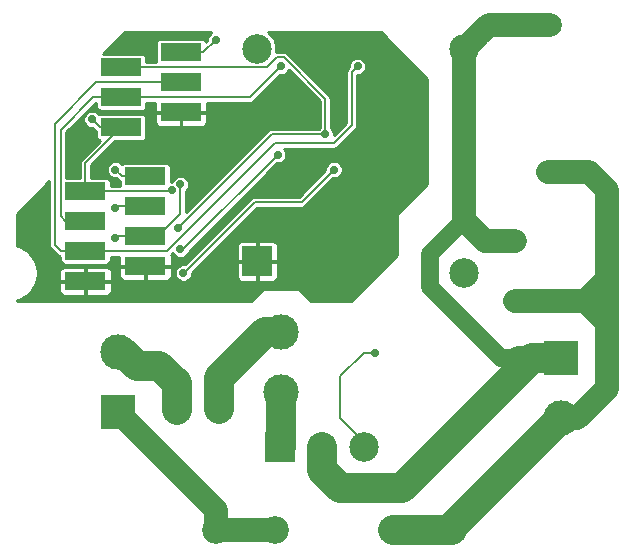
<source format=gbr>
G04 #@! TF.FileFunction,Copper,L2,Bot,Signal*
%FSLAX46Y46*%
G04 Gerber Fmt 4.6, Leading zero omitted, Abs format (unit mm)*
G04 Created by KiCad (PCBNEW 4.0.0~rc1a-stable) date sam. 21 nov. 2015 23:43:41 CET*
%MOMM*%
G01*
G04 APERTURE LIST*
%ADD10C,0.150000*%
%ADD11R,3.000000X3.000000*%
%ADD12C,3.000000*%
%ADD13C,2.500000*%
%ADD14R,2.500000X2.500000*%
%ADD15R,3.497580X1.498600*%
%ADD16C,1.600000*%
%ADD17C,2.000000*%
%ADD18C,2.349500*%
%ADD19C,0.700000*%
%ADD20C,0.200000*%
%ADD21C,2.500000*%
%ADD22C,2.000000*%
%ADD23C,1.500000*%
%ADD24C,0.250000*%
G04 APERTURE END LIST*
D10*
D11*
X51250000Y-76790000D03*
D12*
X51250000Y-71710000D03*
D13*
X63000000Y-46000000D03*
D14*
X63000000Y-64000000D03*
D13*
X80500000Y-65000000D03*
X80500000Y-46000000D03*
D15*
X51460000Y-52675000D03*
X56540000Y-51405000D03*
X51460000Y-50135000D03*
X56540000Y-48865000D03*
X51460000Y-47595000D03*
X56540000Y-46325000D03*
D12*
X65000000Y-69960000D03*
X65000000Y-75040000D03*
D16*
X84800000Y-67340000D03*
X84800000Y-62260000D03*
D17*
X87800000Y-56450000D03*
X87800000Y-43970000D03*
D11*
X88750000Y-72210000D03*
D12*
X88750000Y-77290000D03*
D15*
X48460000Y-65695000D03*
X53540000Y-64425000D03*
X48460000Y-63155000D03*
X53540000Y-61885000D03*
X48460000Y-60615000D03*
X53540000Y-59345000D03*
X48460000Y-58075000D03*
X53540000Y-56805000D03*
D14*
X64944000Y-79750000D03*
D13*
X72056000Y-79750000D03*
X68500000Y-79750000D03*
D18*
X74501260Y-86750000D03*
X79499980Y-86750000D03*
X64498740Y-86750000D03*
X59500020Y-86750000D03*
D19*
X49000000Y-52000000D03*
X55750000Y-58000000D03*
D17*
X56200000Y-76600000D03*
X59750000Y-76550000D03*
D19*
X56300000Y-61200000D03*
X68750000Y-53250000D03*
X51000000Y-59500000D03*
X51000000Y-62000000D03*
X56500000Y-57500000D03*
X71500000Y-47500000D03*
X65000000Y-47500000D03*
X56500000Y-63000000D03*
X64750000Y-55000000D03*
X56750000Y-65000000D03*
X69500000Y-56250000D03*
X51000000Y-56250000D03*
X59500000Y-45250000D03*
X53300000Y-45700000D03*
X71000000Y-59500000D03*
X48000000Y-53500000D03*
X62000000Y-51500000D03*
X51000000Y-64500000D03*
X73000000Y-71750000D03*
D20*
X49675000Y-52675000D02*
X51460000Y-52675000D01*
X49000000Y-52000000D02*
X49675000Y-52675000D01*
X55675000Y-58075000D02*
X48460000Y-58075000D01*
X55750000Y-58000000D02*
X55675000Y-58075000D01*
X48460000Y-58075000D02*
X48460000Y-55675000D01*
X48460000Y-55675000D02*
X51460000Y-52675000D01*
D21*
X65000000Y-75040000D02*
X65000000Y-79694000D01*
X65000000Y-79694000D02*
X64944000Y-79750000D01*
D22*
X64944000Y-79750000D02*
X64944000Y-75096000D01*
X64944000Y-75096000D02*
X65000000Y-75040000D01*
D21*
X51250000Y-71710000D02*
X51660000Y-71710000D01*
X51660000Y-71710000D02*
X52800000Y-72850000D01*
X52800000Y-72850000D02*
X54700000Y-72850000D01*
X54700000Y-72850000D02*
X56200000Y-74350000D01*
X56200000Y-74350000D02*
X56200000Y-76600000D01*
X56200000Y-76600000D02*
X56200000Y-74350000D01*
D22*
X59500020Y-86750000D02*
X59500020Y-85040020D01*
X59500020Y-85040020D02*
X51250000Y-76790000D01*
X64500000Y-86750000D02*
X59500000Y-86750000D01*
D21*
X88750000Y-72210000D02*
X86240000Y-72210000D01*
X86240000Y-72210000D02*
X75250000Y-83200000D01*
X75250000Y-83200000D02*
X70050000Y-83200000D01*
X70050000Y-83200000D02*
X68500000Y-81650000D01*
X68500000Y-81650000D02*
X68500000Y-79750000D01*
D22*
X87600000Y-43970000D02*
X82630000Y-43970000D01*
X82630000Y-43970000D02*
X81800000Y-44800000D01*
X80500000Y-46000000D02*
X80600000Y-46000000D01*
X80600000Y-46000000D02*
X81800000Y-44800000D01*
X80500000Y-46000000D02*
X80500000Y-56400000D01*
X80500000Y-56400000D02*
X80500000Y-60500000D01*
X84800000Y-62260000D02*
X82260000Y-62260000D01*
X82260000Y-62260000D02*
X80500000Y-60500000D01*
D23*
X85040000Y-72210000D02*
X83610000Y-72210000D01*
X77600000Y-63400000D02*
X80500000Y-60500000D01*
X77600000Y-66200000D02*
X77600000Y-63400000D01*
X83610000Y-72210000D02*
X77600000Y-66200000D01*
D22*
X88750000Y-72210000D02*
X85040000Y-72210000D01*
D21*
X79499980Y-86750000D02*
X79499980Y-86540020D01*
X79499980Y-86540020D02*
X88750000Y-77290000D01*
X74501260Y-86750000D02*
X79499980Y-86750000D01*
D22*
X79499980Y-86750000D02*
X79499980Y-86540020D01*
X79499980Y-86540020D02*
X88750000Y-77290000D01*
X92600000Y-65480000D02*
X92600000Y-69200000D01*
X87600000Y-56450000D02*
X91050000Y-56450000D01*
X92600000Y-65480000D02*
X90740000Y-67340000D01*
X92600000Y-58000000D02*
X92600000Y-65480000D01*
X91050000Y-56450000D02*
X92600000Y-58000000D01*
X88750000Y-77290000D02*
X90110000Y-77290000D01*
X90110000Y-77290000D02*
X92600000Y-74800000D01*
X92600000Y-74800000D02*
X92600000Y-69200000D01*
X92600000Y-69200000D02*
X90740000Y-67340000D01*
X90740000Y-67340000D02*
X84800000Y-67340000D01*
X79500000Y-86750000D02*
X74500000Y-86750000D01*
D21*
X65000000Y-69960000D02*
X63690000Y-69960000D01*
X63690000Y-69960000D02*
X59750000Y-73900000D01*
X59750000Y-73900000D02*
X59750000Y-76550000D01*
D20*
X58100000Y-47595000D02*
X63805000Y-47595000D01*
X63805000Y-47595000D02*
X64650000Y-46750000D01*
X51460000Y-47595000D02*
X58100000Y-47595000D01*
X68750000Y-50250000D02*
X68750000Y-53250000D01*
X64650000Y-46750000D02*
X65250000Y-46750000D01*
X65250000Y-46750000D02*
X68750000Y-50250000D01*
X56300000Y-61200000D02*
X64250000Y-53250000D01*
X64250000Y-53250000D02*
X68750000Y-53250000D01*
X51000000Y-59500000D02*
X51155000Y-59345000D01*
X51155000Y-59345000D02*
X53540000Y-59345000D01*
X53540000Y-61885000D02*
X54615000Y-61885000D01*
X54615000Y-61885000D02*
X56500000Y-60000000D01*
X56500000Y-57500000D02*
X56500000Y-57500000D01*
X56500000Y-60000000D02*
X56500000Y-57500000D01*
X53540000Y-61885000D02*
X51115000Y-61885000D01*
X51115000Y-61885000D02*
X51000000Y-62000000D01*
X56540000Y-48865000D02*
X49385000Y-48865000D01*
X46405000Y-63155000D02*
X48460000Y-63155000D01*
X45850000Y-62600000D02*
X46405000Y-63155000D01*
X45850000Y-52400000D02*
X45850000Y-62600000D01*
X49385000Y-48865000D02*
X45850000Y-52400000D01*
X48460000Y-63155000D02*
X55345000Y-63155000D01*
X71000000Y-48000000D02*
X71500000Y-47500000D01*
X71000000Y-52500000D02*
X71000000Y-48000000D01*
X69500000Y-54000000D02*
X71000000Y-52500000D01*
X64500000Y-54000000D02*
X69500000Y-54000000D01*
X55345000Y-63155000D02*
X64500000Y-54000000D01*
X51460000Y-50135000D02*
X62365000Y-50135000D01*
X62365000Y-50135000D02*
X65000000Y-47500000D01*
X51460000Y-50135000D02*
X49115000Y-50135000D01*
X46765000Y-60615000D02*
X48460000Y-60615000D01*
X46350000Y-60200000D02*
X46765000Y-60615000D01*
X46350000Y-52900000D02*
X46350000Y-60200000D01*
X49115000Y-50135000D02*
X46350000Y-52900000D01*
X56750000Y-63000000D02*
X56500000Y-63000000D01*
X64750000Y-55000000D02*
X56750000Y-63000000D01*
X56750000Y-65000000D02*
X56800000Y-65000000D01*
X62800000Y-59000000D02*
X66750000Y-59000000D01*
X56800000Y-65000000D02*
X62800000Y-59000000D01*
X69500000Y-56250000D02*
X66750000Y-59000000D01*
X51000000Y-56250000D02*
X51555000Y-56805000D01*
X51555000Y-56805000D02*
X53540000Y-56805000D01*
X56540000Y-46325000D02*
X58425000Y-46325000D01*
X58425000Y-46325000D02*
X59500000Y-45250000D01*
X56540000Y-51405000D02*
X61905000Y-51405000D01*
X61905000Y-51405000D02*
X62000000Y-51500000D01*
X53540000Y-64425000D02*
X51075000Y-64425000D01*
X51075000Y-64425000D02*
X51000000Y-64500000D01*
X72056000Y-79750000D02*
X72056000Y-79306000D01*
X72000000Y-71750000D02*
X73000000Y-71750000D01*
X70000000Y-73750000D02*
X72000000Y-71750000D01*
X70000000Y-77250000D02*
X70000000Y-73750000D01*
X72056000Y-79306000D02*
X70000000Y-77250000D01*
D24*
G36*
X77375000Y-48551776D02*
X77375000Y-57448224D01*
X74911612Y-59911612D01*
X74884187Y-59952963D01*
X74875000Y-60000000D01*
X74875000Y-63448224D01*
X70948224Y-67375000D01*
X67551776Y-67375000D01*
X66588388Y-66411612D01*
X66547037Y-66384187D01*
X66500000Y-66375000D01*
X63500000Y-66375000D01*
X63451368Y-66384848D01*
X63411612Y-66411612D01*
X62448224Y-67375000D01*
X42625000Y-67375000D01*
X42625000Y-67309006D01*
X42848280Y-67264593D01*
X42848281Y-67264593D01*
X43001484Y-67201134D01*
X43650331Y-66767589D01*
X43767589Y-66650331D01*
X44201134Y-66001484D01*
X44264593Y-65848281D01*
X44264593Y-65848279D01*
X44266488Y-65838750D01*
X46236210Y-65838750D01*
X46236210Y-66538784D01*
X46308525Y-66713366D01*
X46442144Y-66846986D01*
X46616727Y-66919300D01*
X48316250Y-66919300D01*
X48435000Y-66800550D01*
X48435000Y-65720000D01*
X48485000Y-65720000D01*
X48485000Y-66800550D01*
X48603750Y-66919300D01*
X50303273Y-66919300D01*
X50477856Y-66846986D01*
X50611475Y-66713366D01*
X50683790Y-66538784D01*
X50683790Y-65838750D01*
X50565040Y-65720000D01*
X48485000Y-65720000D01*
X48435000Y-65720000D01*
X46354960Y-65720000D01*
X46236210Y-65838750D01*
X44266488Y-65838750D01*
X44416834Y-65082914D01*
X44416834Y-64917086D01*
X44403732Y-64851216D01*
X46236210Y-64851216D01*
X46236210Y-65551250D01*
X46354960Y-65670000D01*
X48435000Y-65670000D01*
X48435000Y-64589450D01*
X48485000Y-64589450D01*
X48485000Y-65670000D01*
X50565040Y-65670000D01*
X50683790Y-65551250D01*
X50683790Y-64851216D01*
X50611475Y-64676634D01*
X50503592Y-64568750D01*
X51316210Y-64568750D01*
X51316210Y-65268784D01*
X51388525Y-65443366D01*
X51522144Y-65576986D01*
X51696727Y-65649300D01*
X53396250Y-65649300D01*
X53515000Y-65530550D01*
X53515000Y-64450000D01*
X53565000Y-64450000D01*
X53565000Y-65530550D01*
X53683750Y-65649300D01*
X55383273Y-65649300D01*
X55557856Y-65576986D01*
X55691475Y-65443366D01*
X55763790Y-65268784D01*
X55763790Y-65143579D01*
X56024874Y-65143579D01*
X56135016Y-65410143D01*
X56338784Y-65614267D01*
X56605156Y-65724874D01*
X56893579Y-65725126D01*
X57160143Y-65614984D01*
X57364267Y-65411216D01*
X57474874Y-65144844D01*
X57475003Y-64996749D01*
X58328001Y-64143750D01*
X61275000Y-64143750D01*
X61275000Y-65344484D01*
X61347315Y-65519066D01*
X61480934Y-65652686D01*
X61655517Y-65725000D01*
X62856250Y-65725000D01*
X62975000Y-65606250D01*
X62975000Y-64025000D01*
X63025000Y-64025000D01*
X63025000Y-65606250D01*
X63143750Y-65725000D01*
X64344483Y-65725000D01*
X64519066Y-65652686D01*
X64652685Y-65519066D01*
X64725000Y-65344484D01*
X64725000Y-64143750D01*
X64606250Y-64025000D01*
X63025000Y-64025000D01*
X62975000Y-64025000D01*
X61393750Y-64025000D01*
X61275000Y-64143750D01*
X58328001Y-64143750D01*
X59816235Y-62655516D01*
X61275000Y-62655516D01*
X61275000Y-63856250D01*
X61393750Y-63975000D01*
X62975000Y-63975000D01*
X62975000Y-62393750D01*
X63025000Y-62393750D01*
X63025000Y-63975000D01*
X64606250Y-63975000D01*
X64725000Y-63856250D01*
X64725000Y-62655516D01*
X64652685Y-62480934D01*
X64519066Y-62347314D01*
X64344483Y-62275000D01*
X63143750Y-62275000D01*
X63025000Y-62393750D01*
X62975000Y-62393750D01*
X62856250Y-62275000D01*
X61655517Y-62275000D01*
X61480934Y-62347314D01*
X61347315Y-62480934D01*
X61275000Y-62655516D01*
X59816235Y-62655516D01*
X62996751Y-59475000D01*
X66750000Y-59475000D01*
X66931775Y-59438843D01*
X67085876Y-59335876D01*
X69446798Y-56974954D01*
X69643579Y-56975126D01*
X69910143Y-56864984D01*
X70114267Y-56661216D01*
X70224874Y-56394844D01*
X70225126Y-56106421D01*
X70114984Y-55839857D01*
X69911216Y-55635733D01*
X69644844Y-55525126D01*
X69356421Y-55524874D01*
X69089857Y-55635016D01*
X68885733Y-55838784D01*
X68775126Y-56105156D01*
X68774953Y-56303295D01*
X66553248Y-58525000D01*
X62800000Y-58525000D01*
X62618225Y-58561157D01*
X62464124Y-58664124D01*
X62464122Y-58664127D01*
X56853158Y-64275090D01*
X56606421Y-64274874D01*
X56339857Y-64385016D01*
X56135733Y-64588784D01*
X56025126Y-64855156D01*
X56024874Y-65143579D01*
X55763790Y-65143579D01*
X55763790Y-64568750D01*
X55645040Y-64450000D01*
X53565000Y-64450000D01*
X53515000Y-64450000D01*
X51434960Y-64450000D01*
X51316210Y-64568750D01*
X50503592Y-64568750D01*
X50477856Y-64543014D01*
X50303273Y-64470700D01*
X48603750Y-64470700D01*
X48485000Y-64589450D01*
X48435000Y-64589450D01*
X48316250Y-64470700D01*
X46616727Y-64470700D01*
X46442144Y-64543014D01*
X46308525Y-64676634D01*
X46236210Y-64851216D01*
X44403732Y-64851216D01*
X44264593Y-64151720D01*
X44201134Y-63998516D01*
X43767589Y-63349669D01*
X43650331Y-63232411D01*
X43001484Y-62798866D01*
X42848281Y-62735407D01*
X42848280Y-62735407D01*
X42625000Y-62690994D01*
X42625000Y-59976040D01*
X45375000Y-57226041D01*
X45375000Y-62600000D01*
X45411157Y-62781775D01*
X45514124Y-62935876D01*
X46069122Y-63490873D01*
X46069124Y-63490876D01*
X46172092Y-63559677D01*
X46223226Y-63593844D01*
X46328864Y-63614857D01*
X46328864Y-63904300D01*
X46355012Y-64043266D01*
X46437141Y-64170899D01*
X46562456Y-64256523D01*
X46711210Y-64286646D01*
X50208790Y-64286646D01*
X50347756Y-64260498D01*
X50475389Y-64178369D01*
X50561013Y-64053054D01*
X50591136Y-63904300D01*
X50591136Y-63630000D01*
X51316210Y-63630000D01*
X51316210Y-64281250D01*
X51434960Y-64400000D01*
X53515000Y-64400000D01*
X53515000Y-64380000D01*
X53565000Y-64380000D01*
X53565000Y-64400000D01*
X55645040Y-64400000D01*
X55763790Y-64281250D01*
X55763790Y-63581216D01*
X55713045Y-63458707D01*
X55848934Y-63322818D01*
X55885016Y-63410143D01*
X56088784Y-63614267D01*
X56355156Y-63724874D01*
X56643579Y-63725126D01*
X56910143Y-63614984D01*
X57114267Y-63411216D01*
X57187925Y-63233827D01*
X64696797Y-55724954D01*
X64893579Y-55725126D01*
X65160143Y-55614984D01*
X65364267Y-55411216D01*
X65474874Y-55144844D01*
X65475126Y-54856421D01*
X65364984Y-54589857D01*
X65250327Y-54475000D01*
X69500000Y-54475000D01*
X69681775Y-54438843D01*
X69835876Y-54335876D01*
X71335873Y-52835878D01*
X71335876Y-52835876D01*
X71438843Y-52681775D01*
X71475000Y-52500000D01*
X71475000Y-48224979D01*
X71643579Y-48225126D01*
X71910143Y-48114984D01*
X72114267Y-47911216D01*
X72224874Y-47644844D01*
X72225126Y-47356421D01*
X72114984Y-47089857D01*
X71911216Y-46885733D01*
X71644844Y-46775126D01*
X71356421Y-46774874D01*
X71089857Y-46885016D01*
X70885733Y-47088784D01*
X70775126Y-47355156D01*
X70774953Y-47553295D01*
X70664124Y-47664124D01*
X70561157Y-47818225D01*
X70525000Y-48000000D01*
X70525000Y-52303249D01*
X69474910Y-53353338D01*
X69475126Y-53106421D01*
X69364984Y-52839857D01*
X69225000Y-52699628D01*
X69225000Y-50250000D01*
X69188843Y-50068225D01*
X69085876Y-49914124D01*
X69085873Y-49914122D01*
X65585876Y-46414124D01*
X65431775Y-46311157D01*
X65250000Y-46275000D01*
X64650000Y-46275000D01*
X64624757Y-46280021D01*
X64625282Y-45678186D01*
X64378412Y-45080714D01*
X63923493Y-44625000D01*
X73448224Y-44625000D01*
X77375000Y-48551776D01*
X77375000Y-48551776D01*
G37*
X77375000Y-48551776D02*
X77375000Y-57448224D01*
X74911612Y-59911612D01*
X74884187Y-59952963D01*
X74875000Y-60000000D01*
X74875000Y-63448224D01*
X70948224Y-67375000D01*
X67551776Y-67375000D01*
X66588388Y-66411612D01*
X66547037Y-66384187D01*
X66500000Y-66375000D01*
X63500000Y-66375000D01*
X63451368Y-66384848D01*
X63411612Y-66411612D01*
X62448224Y-67375000D01*
X42625000Y-67375000D01*
X42625000Y-67309006D01*
X42848280Y-67264593D01*
X42848281Y-67264593D01*
X43001484Y-67201134D01*
X43650331Y-66767589D01*
X43767589Y-66650331D01*
X44201134Y-66001484D01*
X44264593Y-65848281D01*
X44264593Y-65848279D01*
X44266488Y-65838750D01*
X46236210Y-65838750D01*
X46236210Y-66538784D01*
X46308525Y-66713366D01*
X46442144Y-66846986D01*
X46616727Y-66919300D01*
X48316250Y-66919300D01*
X48435000Y-66800550D01*
X48435000Y-65720000D01*
X48485000Y-65720000D01*
X48485000Y-66800550D01*
X48603750Y-66919300D01*
X50303273Y-66919300D01*
X50477856Y-66846986D01*
X50611475Y-66713366D01*
X50683790Y-66538784D01*
X50683790Y-65838750D01*
X50565040Y-65720000D01*
X48485000Y-65720000D01*
X48435000Y-65720000D01*
X46354960Y-65720000D01*
X46236210Y-65838750D01*
X44266488Y-65838750D01*
X44416834Y-65082914D01*
X44416834Y-64917086D01*
X44403732Y-64851216D01*
X46236210Y-64851216D01*
X46236210Y-65551250D01*
X46354960Y-65670000D01*
X48435000Y-65670000D01*
X48435000Y-64589450D01*
X48485000Y-64589450D01*
X48485000Y-65670000D01*
X50565040Y-65670000D01*
X50683790Y-65551250D01*
X50683790Y-64851216D01*
X50611475Y-64676634D01*
X50503592Y-64568750D01*
X51316210Y-64568750D01*
X51316210Y-65268784D01*
X51388525Y-65443366D01*
X51522144Y-65576986D01*
X51696727Y-65649300D01*
X53396250Y-65649300D01*
X53515000Y-65530550D01*
X53515000Y-64450000D01*
X53565000Y-64450000D01*
X53565000Y-65530550D01*
X53683750Y-65649300D01*
X55383273Y-65649300D01*
X55557856Y-65576986D01*
X55691475Y-65443366D01*
X55763790Y-65268784D01*
X55763790Y-65143579D01*
X56024874Y-65143579D01*
X56135016Y-65410143D01*
X56338784Y-65614267D01*
X56605156Y-65724874D01*
X56893579Y-65725126D01*
X57160143Y-65614984D01*
X57364267Y-65411216D01*
X57474874Y-65144844D01*
X57475003Y-64996749D01*
X58328001Y-64143750D01*
X61275000Y-64143750D01*
X61275000Y-65344484D01*
X61347315Y-65519066D01*
X61480934Y-65652686D01*
X61655517Y-65725000D01*
X62856250Y-65725000D01*
X62975000Y-65606250D01*
X62975000Y-64025000D01*
X63025000Y-64025000D01*
X63025000Y-65606250D01*
X63143750Y-65725000D01*
X64344483Y-65725000D01*
X64519066Y-65652686D01*
X64652685Y-65519066D01*
X64725000Y-65344484D01*
X64725000Y-64143750D01*
X64606250Y-64025000D01*
X63025000Y-64025000D01*
X62975000Y-64025000D01*
X61393750Y-64025000D01*
X61275000Y-64143750D01*
X58328001Y-64143750D01*
X59816235Y-62655516D01*
X61275000Y-62655516D01*
X61275000Y-63856250D01*
X61393750Y-63975000D01*
X62975000Y-63975000D01*
X62975000Y-62393750D01*
X63025000Y-62393750D01*
X63025000Y-63975000D01*
X64606250Y-63975000D01*
X64725000Y-63856250D01*
X64725000Y-62655516D01*
X64652685Y-62480934D01*
X64519066Y-62347314D01*
X64344483Y-62275000D01*
X63143750Y-62275000D01*
X63025000Y-62393750D01*
X62975000Y-62393750D01*
X62856250Y-62275000D01*
X61655517Y-62275000D01*
X61480934Y-62347314D01*
X61347315Y-62480934D01*
X61275000Y-62655516D01*
X59816235Y-62655516D01*
X62996751Y-59475000D01*
X66750000Y-59475000D01*
X66931775Y-59438843D01*
X67085876Y-59335876D01*
X69446798Y-56974954D01*
X69643579Y-56975126D01*
X69910143Y-56864984D01*
X70114267Y-56661216D01*
X70224874Y-56394844D01*
X70225126Y-56106421D01*
X70114984Y-55839857D01*
X69911216Y-55635733D01*
X69644844Y-55525126D01*
X69356421Y-55524874D01*
X69089857Y-55635016D01*
X68885733Y-55838784D01*
X68775126Y-56105156D01*
X68774953Y-56303295D01*
X66553248Y-58525000D01*
X62800000Y-58525000D01*
X62618225Y-58561157D01*
X62464124Y-58664124D01*
X62464122Y-58664127D01*
X56853158Y-64275090D01*
X56606421Y-64274874D01*
X56339857Y-64385016D01*
X56135733Y-64588784D01*
X56025126Y-64855156D01*
X56024874Y-65143579D01*
X55763790Y-65143579D01*
X55763790Y-64568750D01*
X55645040Y-64450000D01*
X53565000Y-64450000D01*
X53515000Y-64450000D01*
X51434960Y-64450000D01*
X51316210Y-64568750D01*
X50503592Y-64568750D01*
X50477856Y-64543014D01*
X50303273Y-64470700D01*
X48603750Y-64470700D01*
X48485000Y-64589450D01*
X48435000Y-64589450D01*
X48316250Y-64470700D01*
X46616727Y-64470700D01*
X46442144Y-64543014D01*
X46308525Y-64676634D01*
X46236210Y-64851216D01*
X44403732Y-64851216D01*
X44264593Y-64151720D01*
X44201134Y-63998516D01*
X43767589Y-63349669D01*
X43650331Y-63232411D01*
X43001484Y-62798866D01*
X42848281Y-62735407D01*
X42848280Y-62735407D01*
X42625000Y-62690994D01*
X42625000Y-59976040D01*
X45375000Y-57226041D01*
X45375000Y-62600000D01*
X45411157Y-62781775D01*
X45514124Y-62935876D01*
X46069122Y-63490873D01*
X46069124Y-63490876D01*
X46172092Y-63559677D01*
X46223226Y-63593844D01*
X46328864Y-63614857D01*
X46328864Y-63904300D01*
X46355012Y-64043266D01*
X46437141Y-64170899D01*
X46562456Y-64256523D01*
X46711210Y-64286646D01*
X50208790Y-64286646D01*
X50347756Y-64260498D01*
X50475389Y-64178369D01*
X50561013Y-64053054D01*
X50591136Y-63904300D01*
X50591136Y-63630000D01*
X51316210Y-63630000D01*
X51316210Y-64281250D01*
X51434960Y-64400000D01*
X53515000Y-64400000D01*
X53515000Y-64380000D01*
X53565000Y-64380000D01*
X53565000Y-64400000D01*
X55645040Y-64400000D01*
X55763790Y-64281250D01*
X55763790Y-63581216D01*
X55713045Y-63458707D01*
X55848934Y-63322818D01*
X55885016Y-63410143D01*
X56088784Y-63614267D01*
X56355156Y-63724874D01*
X56643579Y-63725126D01*
X56910143Y-63614984D01*
X57114267Y-63411216D01*
X57187925Y-63233827D01*
X64696797Y-55724954D01*
X64893579Y-55725126D01*
X65160143Y-55614984D01*
X65364267Y-55411216D01*
X65474874Y-55144844D01*
X65475126Y-54856421D01*
X65364984Y-54589857D01*
X65250327Y-54475000D01*
X69500000Y-54475000D01*
X69681775Y-54438843D01*
X69835876Y-54335876D01*
X71335873Y-52835878D01*
X71335876Y-52835876D01*
X71438843Y-52681775D01*
X71475000Y-52500000D01*
X71475000Y-48224979D01*
X71643579Y-48225126D01*
X71910143Y-48114984D01*
X72114267Y-47911216D01*
X72224874Y-47644844D01*
X72225126Y-47356421D01*
X72114984Y-47089857D01*
X71911216Y-46885733D01*
X71644844Y-46775126D01*
X71356421Y-46774874D01*
X71089857Y-46885016D01*
X70885733Y-47088784D01*
X70775126Y-47355156D01*
X70774953Y-47553295D01*
X70664124Y-47664124D01*
X70561157Y-47818225D01*
X70525000Y-48000000D01*
X70525000Y-52303249D01*
X69474910Y-53353338D01*
X69475126Y-53106421D01*
X69364984Y-52839857D01*
X69225000Y-52699628D01*
X69225000Y-50250000D01*
X69188843Y-50068225D01*
X69085876Y-49914124D01*
X69085873Y-49914122D01*
X65585876Y-46414124D01*
X65431775Y-46311157D01*
X65250000Y-46275000D01*
X64650000Y-46275000D01*
X64624757Y-46280021D01*
X64625282Y-45678186D01*
X64378412Y-45080714D01*
X63923493Y-44625000D01*
X73448224Y-44625000D01*
X77375000Y-48551776D01*
G36*
X68275000Y-50446751D02*
X68275000Y-52699760D01*
X68199628Y-52775000D01*
X64250005Y-52775000D01*
X64250000Y-52774999D01*
X64098384Y-52805158D01*
X64068225Y-52811157D01*
X63935262Y-52900000D01*
X63914124Y-52914124D01*
X56975000Y-59853248D01*
X56975000Y-58050240D01*
X57114267Y-57911216D01*
X57224874Y-57644844D01*
X57225126Y-57356421D01*
X57114984Y-57089857D01*
X56911216Y-56885733D01*
X56644844Y-56775126D01*
X56356421Y-56774874D01*
X56089857Y-56885016D01*
X55885733Y-57088784D01*
X55808389Y-57275050D01*
X55671136Y-57274931D01*
X55671136Y-56055700D01*
X55644988Y-55916734D01*
X55562859Y-55789101D01*
X55437544Y-55703477D01*
X55288790Y-55673354D01*
X51791210Y-55673354D01*
X51652244Y-55699502D01*
X51544247Y-55768996D01*
X51411216Y-55635733D01*
X51144844Y-55525126D01*
X50856421Y-55524874D01*
X50589857Y-55635016D01*
X50385733Y-55838784D01*
X50275126Y-56105156D01*
X50274874Y-56393579D01*
X50385016Y-56660143D01*
X50588784Y-56864267D01*
X50855156Y-56974874D01*
X51053296Y-56975047D01*
X51219122Y-57140873D01*
X51219124Y-57140876D01*
X51322092Y-57209677D01*
X51373226Y-57243844D01*
X51408864Y-57250933D01*
X51408864Y-57554300D01*
X51417463Y-57600000D01*
X50591136Y-57600000D01*
X50591136Y-57325700D01*
X50564988Y-57186734D01*
X50482859Y-57059101D01*
X50357544Y-56973477D01*
X50208790Y-56943354D01*
X48935000Y-56943354D01*
X48935000Y-55871752D01*
X51000105Y-53806646D01*
X53208790Y-53806646D01*
X53347756Y-53780498D01*
X53475389Y-53698369D01*
X53561013Y-53573054D01*
X53591136Y-53424300D01*
X53591136Y-51925700D01*
X53564988Y-51786734D01*
X53482859Y-51659101D01*
X53357544Y-51573477D01*
X53235437Y-51548750D01*
X54316210Y-51548750D01*
X54316210Y-52248784D01*
X54388525Y-52423366D01*
X54522144Y-52556986D01*
X54696727Y-52629300D01*
X56396250Y-52629300D01*
X56515000Y-52510550D01*
X56515000Y-51430000D01*
X56565000Y-51430000D01*
X56565000Y-52510550D01*
X56683750Y-52629300D01*
X58383273Y-52629300D01*
X58557856Y-52556986D01*
X58691475Y-52423366D01*
X58763790Y-52248784D01*
X58763790Y-51548750D01*
X58645040Y-51430000D01*
X56565000Y-51430000D01*
X56515000Y-51430000D01*
X54434960Y-51430000D01*
X54316210Y-51548750D01*
X53235437Y-51548750D01*
X53208790Y-51543354D01*
X49711210Y-51543354D01*
X49591119Y-51565950D01*
X49411216Y-51385733D01*
X49144844Y-51275126D01*
X48856421Y-51274874D01*
X48589857Y-51385016D01*
X48385733Y-51588784D01*
X48275126Y-51855156D01*
X48274874Y-52143579D01*
X48385016Y-52410143D01*
X48588784Y-52614267D01*
X48855156Y-52724874D01*
X49053295Y-52725047D01*
X49328864Y-53000616D01*
X49328864Y-53424300D01*
X49355012Y-53563266D01*
X49437141Y-53690899D01*
X49562456Y-53776523D01*
X49665798Y-53797450D01*
X48124124Y-55339124D01*
X48021157Y-55493225D01*
X47985000Y-55675000D01*
X47985000Y-56943354D01*
X46825000Y-56943354D01*
X46825000Y-53096752D01*
X49311751Y-50610000D01*
X49328864Y-50610000D01*
X49328864Y-50884300D01*
X49355012Y-51023266D01*
X49437141Y-51150899D01*
X49562456Y-51236523D01*
X49711210Y-51266646D01*
X53208790Y-51266646D01*
X53347756Y-51240498D01*
X53475389Y-51158369D01*
X53561013Y-51033054D01*
X53591136Y-50884300D01*
X53591136Y-50610000D01*
X54316210Y-50610000D01*
X54316210Y-51261250D01*
X54434960Y-51380000D01*
X56515000Y-51380000D01*
X56515000Y-51360000D01*
X56565000Y-51360000D01*
X56565000Y-51380000D01*
X58645040Y-51380000D01*
X58763790Y-51261250D01*
X58763790Y-50610000D01*
X62365000Y-50610000D01*
X62546775Y-50573843D01*
X62700876Y-50470876D01*
X64946798Y-48224954D01*
X65143579Y-48225126D01*
X65410143Y-48114984D01*
X65614267Y-47911216D01*
X65651000Y-47822752D01*
X68275000Y-50446751D01*
X68275000Y-50446751D01*
G37*
X68275000Y-50446751D02*
X68275000Y-52699760D01*
X68199628Y-52775000D01*
X64250005Y-52775000D01*
X64250000Y-52774999D01*
X64098384Y-52805158D01*
X64068225Y-52811157D01*
X63935262Y-52900000D01*
X63914124Y-52914124D01*
X56975000Y-59853248D01*
X56975000Y-58050240D01*
X57114267Y-57911216D01*
X57224874Y-57644844D01*
X57225126Y-57356421D01*
X57114984Y-57089857D01*
X56911216Y-56885733D01*
X56644844Y-56775126D01*
X56356421Y-56774874D01*
X56089857Y-56885016D01*
X55885733Y-57088784D01*
X55808389Y-57275050D01*
X55671136Y-57274931D01*
X55671136Y-56055700D01*
X55644988Y-55916734D01*
X55562859Y-55789101D01*
X55437544Y-55703477D01*
X55288790Y-55673354D01*
X51791210Y-55673354D01*
X51652244Y-55699502D01*
X51544247Y-55768996D01*
X51411216Y-55635733D01*
X51144844Y-55525126D01*
X50856421Y-55524874D01*
X50589857Y-55635016D01*
X50385733Y-55838784D01*
X50275126Y-56105156D01*
X50274874Y-56393579D01*
X50385016Y-56660143D01*
X50588784Y-56864267D01*
X50855156Y-56974874D01*
X51053296Y-56975047D01*
X51219122Y-57140873D01*
X51219124Y-57140876D01*
X51322092Y-57209677D01*
X51373226Y-57243844D01*
X51408864Y-57250933D01*
X51408864Y-57554300D01*
X51417463Y-57600000D01*
X50591136Y-57600000D01*
X50591136Y-57325700D01*
X50564988Y-57186734D01*
X50482859Y-57059101D01*
X50357544Y-56973477D01*
X50208790Y-56943354D01*
X48935000Y-56943354D01*
X48935000Y-55871752D01*
X51000105Y-53806646D01*
X53208790Y-53806646D01*
X53347756Y-53780498D01*
X53475389Y-53698369D01*
X53561013Y-53573054D01*
X53591136Y-53424300D01*
X53591136Y-51925700D01*
X53564988Y-51786734D01*
X53482859Y-51659101D01*
X53357544Y-51573477D01*
X53235437Y-51548750D01*
X54316210Y-51548750D01*
X54316210Y-52248784D01*
X54388525Y-52423366D01*
X54522144Y-52556986D01*
X54696727Y-52629300D01*
X56396250Y-52629300D01*
X56515000Y-52510550D01*
X56515000Y-51430000D01*
X56565000Y-51430000D01*
X56565000Y-52510550D01*
X56683750Y-52629300D01*
X58383273Y-52629300D01*
X58557856Y-52556986D01*
X58691475Y-52423366D01*
X58763790Y-52248784D01*
X58763790Y-51548750D01*
X58645040Y-51430000D01*
X56565000Y-51430000D01*
X56515000Y-51430000D01*
X54434960Y-51430000D01*
X54316210Y-51548750D01*
X53235437Y-51548750D01*
X53208790Y-51543354D01*
X49711210Y-51543354D01*
X49591119Y-51565950D01*
X49411216Y-51385733D01*
X49144844Y-51275126D01*
X48856421Y-51274874D01*
X48589857Y-51385016D01*
X48385733Y-51588784D01*
X48275126Y-51855156D01*
X48274874Y-52143579D01*
X48385016Y-52410143D01*
X48588784Y-52614267D01*
X48855156Y-52724874D01*
X49053295Y-52725047D01*
X49328864Y-53000616D01*
X49328864Y-53424300D01*
X49355012Y-53563266D01*
X49437141Y-53690899D01*
X49562456Y-53776523D01*
X49665798Y-53797450D01*
X48124124Y-55339124D01*
X48021157Y-55493225D01*
X47985000Y-55675000D01*
X47985000Y-56943354D01*
X46825000Y-56943354D01*
X46825000Y-53096752D01*
X49311751Y-50610000D01*
X49328864Y-50610000D01*
X49328864Y-50884300D01*
X49355012Y-51023266D01*
X49437141Y-51150899D01*
X49562456Y-51236523D01*
X49711210Y-51266646D01*
X53208790Y-51266646D01*
X53347756Y-51240498D01*
X53475389Y-51158369D01*
X53561013Y-51033054D01*
X53591136Y-50884300D01*
X53591136Y-50610000D01*
X54316210Y-50610000D01*
X54316210Y-51261250D01*
X54434960Y-51380000D01*
X56515000Y-51380000D01*
X56515000Y-51360000D01*
X56565000Y-51360000D01*
X56565000Y-51380000D01*
X58645040Y-51380000D01*
X58763790Y-51261250D01*
X58763790Y-50610000D01*
X62365000Y-50610000D01*
X62546775Y-50573843D01*
X62700876Y-50470876D01*
X64946798Y-48224954D01*
X65143579Y-48225126D01*
X65410143Y-48114984D01*
X65614267Y-47911216D01*
X65651000Y-47822752D01*
X68275000Y-50446751D01*
G36*
X59089857Y-44635016D02*
X58885733Y-44838784D01*
X58775126Y-45105156D01*
X58774953Y-45303296D01*
X58643628Y-45434621D01*
X58562859Y-45309101D01*
X58437544Y-45223477D01*
X58288790Y-45193354D01*
X54791210Y-45193354D01*
X54652244Y-45219502D01*
X54524611Y-45301631D01*
X54438987Y-45426946D01*
X54408864Y-45575700D01*
X54408864Y-47074300D01*
X54417463Y-47120000D01*
X53591136Y-47120000D01*
X53591136Y-46845700D01*
X53564988Y-46706734D01*
X53482859Y-46579101D01*
X53357544Y-46493477D01*
X53208790Y-46463354D01*
X49937687Y-46463354D01*
X51776041Y-44625000D01*
X59114098Y-44625000D01*
X59089857Y-44635016D01*
X59089857Y-44635016D01*
G37*
X59089857Y-44635016D02*
X58885733Y-44838784D01*
X58775126Y-45105156D01*
X58774953Y-45303296D01*
X58643628Y-45434621D01*
X58562859Y-45309101D01*
X58437544Y-45223477D01*
X58288790Y-45193354D01*
X54791210Y-45193354D01*
X54652244Y-45219502D01*
X54524611Y-45301631D01*
X54438987Y-45426946D01*
X54408864Y-45575700D01*
X54408864Y-47074300D01*
X54417463Y-47120000D01*
X53591136Y-47120000D01*
X53591136Y-46845700D01*
X53564988Y-46706734D01*
X53482859Y-46579101D01*
X53357544Y-46493477D01*
X53208790Y-46463354D01*
X49937687Y-46463354D01*
X51776041Y-44625000D01*
X59114098Y-44625000D01*
X59089857Y-44635016D01*
M02*

</source>
